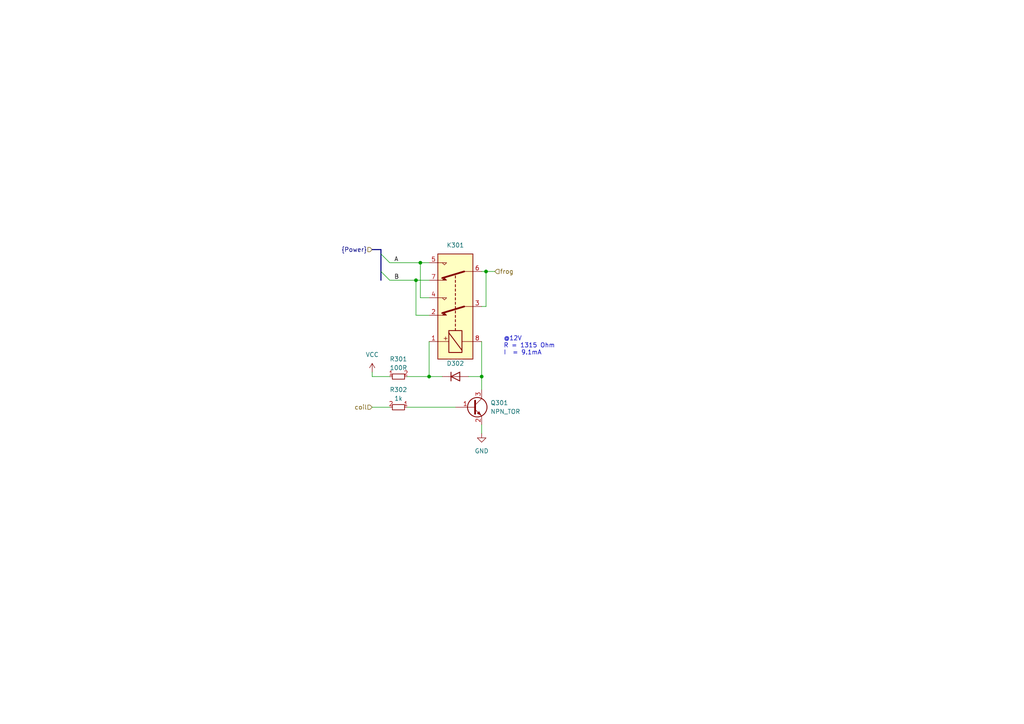
<source format=kicad_sch>
(kicad_sch (version 20231120) (generator "eeschema") (generator_version "8.0")
  (paper "A4")
  (lib_symbols
    (symbol "custom_kicad_lib_sk:1N4148WS" (pin_numbers hide) (pin_names hide)
      (property "Reference" "D" (at 0 2.54 0))
      (property "Value" "1N4148WS" (at 0 -2.54 0))
      (symbol "1N4148WS_0_1"
        (polyline (pts (xy -1.27 1.27) (xy -1.27 -1.27)) (stroke (width 0.254)))
        (polyline (pts (xy 1.27 0) (xy -1.27 0)))
        (polyline (pts (xy 1.27 1.27) (xy 1.27 -1.27) (xy -1.27 0) (xy 1.27 1.27)) (stroke (width 0.254)))
      )
      (symbol "1N4148WS_1_1"
        (pin passive line (at -3.81 0 0) (length 2.54) (name "K") (number "1"))
        (pin passive line (at 3.81 0 180) (length 2.54) (name "A") (number "2"))
      )
    )
    (symbol "custom_kicad_lib_sk:G6K-2F-Y-TR DC12"
      (property "Reference" "K" (at 16.51 3.81 0))
      (property "JLCPCB Part#" "C397192" (at 0 0 0))
      (symbol "G6K-2F-Y-TR DC12_0_0"
        (text "+" (at -9.271 2.921 0) (effects (font (size 1.27 1.27))))
      )
      (symbol "G6K-2F-Y-TR DC12_0_1"
        (rectangle (start -15.24 5.08) (end 15.24 -5.08) (stroke (width 0.254)) (fill (type background)))
        (rectangle (start -13.335 1.905) (end -6.985 -1.905) (stroke (width 0.254)))
        (polyline (pts (xy -12.7 -1.905) (xy -7.62 1.905)) (stroke (width 0.254)))
        (polyline (pts (xy -10.16 -5.08) (xy -10.16 -1.905)))
        (polyline (pts (xy -10.16 5.08) (xy -10.16 1.905)))
        (polyline (pts (xy -6.985 0) (xy -6.35 0)) (stroke (width 0.254)))
        (polyline (pts (xy -5.715 0) (xy -5.08 0)) (stroke (width 0.254)))
        (polyline (pts (xy -4.445 0) (xy -3.81 0)) (stroke (width 0.254)))
        (polyline (pts (xy -3.175 0) (xy -2.54 0)) (stroke (width 0.254)))
        (polyline (pts (xy -1.905 0) (xy -1.27 0)) (stroke (width 0.254)))
        (polyline (pts (xy -0.635 0) (xy 0 0)) (stroke (width 0.254)))
        (polyline (pts (xy 0 -2.54) (xy -1.905 3.81)) (stroke (width 0.508)))
        (polyline (pts (xy 0 -2.54) (xy 0 -5.08)))
        (polyline (pts (xy 0.635 0) (xy 1.27 0)) (stroke (width 0.254)))
        (polyline (pts (xy 1.905 0) (xy 2.54 0)) (stroke (width 0.254)))
        (polyline (pts (xy 3.175 0) (xy 3.81 0)) (stroke (width 0.254)))
        (polyline (pts (xy 4.445 0) (xy 5.08 0)) (stroke (width 0.254)))
        (polyline (pts (xy 5.715 0) (xy 6.35 0)) (stroke (width 0.254)))
        (polyline (pts (xy 6.985 0) (xy 7.62 0)) (stroke (width 0.254)))
        (polyline (pts (xy 8.255 0) (xy 8.89 0)) (stroke (width 0.254)))
        (polyline (pts (xy 10.16 -2.54) (xy 8.255 3.81)) (stroke (width 0.508)))
        (polyline (pts (xy 10.16 -2.54) (xy 10.16 -5.08)))
        (polyline (pts (xy -2.54 5.08) (xy -2.54 2.54) (xy -1.905 3.175) (xy -2.54 3.81)) (fill (type outline)))
        (polyline (pts (xy 2.54 5.08) (xy 2.54 2.54) (xy 1.905 3.175) (xy 2.54 3.81)))
        (polyline (pts (xy 7.62 5.08) (xy 7.62 2.54) (xy 8.255 3.175) (xy 7.62 3.81)) (fill (type outline)))
        (polyline (pts (xy 12.7 5.08) (xy 12.7 2.54) (xy 12.065 3.175) (xy 12.7 3.81)))
      )
      (symbol "G6K-2F-Y-TR DC12_1_1"
        (pin passive line (at -10.16 7.62 270) (length 2.54) (name "~") (number "1"))
        (pin passive line (at -2.54 7.62 270) (length 2.54) (name "~") (number "2"))
        (pin passive line (at 0 -7.62 90) (length 2.54) (name "~") (number "3"))
        (pin passive line (at 2.54 7.62 270) (length 2.54) (name "~") (number "4"))
        (pin passive line (at 12.7 7.62 270) (length 2.54) (name "~") (number "5"))
        (pin passive line (at 10.16 -7.62 90) (length 2.54) (name "~") (number "6"))
        (pin passive line (at 7.62 7.62 270) (length 2.54) (name "~") (number "7"))
        (pin passive line (at -10.16 -7.62 90) (length 2.54) (name "~") (number "8"))
      )
    )
    (symbol "custom_kicad_lib_sk:NPN_TOR" (pin_names (offset 0) hide)
      (property "Reference" "Q" (at 5.08 1.905 0))
      (property "Value" "NPN_TOR" (at 5.08 0 0))
      (symbol "NPN_TOR_0_1"
        (polyline (pts (xy 0.635 0.635) (xy 2.54 2.54)))
        (polyline (pts (xy 0.635 -0.635) (xy 2.54 -2.54) (xy 2.54 -2.54)))
        (polyline (pts (xy 0.635 1.905) (xy 0.635 -1.905) (xy 0.635 -1.905)) (stroke (width 0.508)))
        (polyline (pts (xy 1.27 -1.778) (xy 1.778 -1.27) (xy 2.286 -2.286) (xy 1.27 -1.778) (xy 1.27 -1.778)) (fill (type outline)))
        (circle (center 1.27 0) (radius 2.8194) (stroke (width 0.254)))
      )
      (symbol "NPN_TOR_1_1"
        (pin input line (at -5.08 0 0) (length 5.715) (name "B") (number "1"))
        (pin passive line (at 2.54 -5.08 90) (length 2.54) (name "E") (number "2"))
        (pin passive line (at 2.54 5.08 270) (length 2.54) (name "C") (number "3"))
      )
    )
    (symbol "power:GND" (power) (pin_numbers hide) (pin_names (offset 0) hide)
      (property "Value" "GND" (at 0 -3.81 0))
      (symbol "GND_0_1"
        (polyline (pts (xy 0 0) (xy 0 -1.27) (xy 1.27 -1.27) (xy 0 -2.54) (xy -1.27 -1.27) (xy 0 -1.27)))
      )
      (symbol "GND_1_1"
        (pin power_in line (at 0 0 270) (length 0) (name "~") (number "1"))
      )
    )
    (symbol "power:VCC" (power) (pin_numbers hide) (pin_names (offset 0) hide)
      (property "Value" "VCC" (at 0 3.556 0))
      (symbol "VCC_0_1"
        (polyline (pts (xy -0.762 1.27) (xy 0 2.54)))
        (polyline (pts (xy 0 0) (xy 0 2.54)))
        (polyline (pts (xy 0 2.54) (xy 0.762 1.27)))
      )
      (symbol "VCC_1_1"
        (pin power_in line (at 0 0 90) (length 0) (name "~") (number "1"))
      )
    )
    (symbol "resistors_0603:R_100R_0603"
      (property "Reference" "R" (at 1.27 2.54 0))
      (property "Value" "100R" (at 2.54 -2.54 0))
      (symbol "R_100R_0603_0_1"
        (rectangle (start -0.762 1.778) (end 0.762 -1.778) (stroke (width 0.2032)))
      )
      (symbol "R_100R_0603_1_1"
        (pin passive line (at 0 2.54 270) (length 0.762) (name "~") (number "1"))
        (pin passive line (at 0 -2.54 90) (length 0.762) (name "~") (number "2"))
      )
    )
    (symbol "resistors_0603:R_1k_0603"
      (property "Reference" "R" (at 1.27 2.54 0))
      (property "Value" "1k" (at 2.54 -2.54 0))
      (symbol "R_1k_0603_0_1"
        (rectangle (start -0.762 1.778) (end 0.762 -1.778) (stroke (width 0.2032)))
      )
      (symbol "R_1k_0603_1_1"
        (pin passive line (at 0 2.54 270) (length 0.762) (name "~") (number "1"))
        (pin passive line (at 0 -2.54 90) (length 0.762) (name "~") (number "2"))
      )
    )
  )
  (junction (at 121.92 76.2))
  (junction (at 124.46 109.22))
  (junction (at 139.7 109.22))
  (junction (at 120.65 81.28))
  (junction (at 140.97 78.74))
  (bus_entry (at 110.49 78.74) (size 2.54 2.54))
  (bus_entry (at 110.49 73.66) (size 2.54 2.54))
  (wire (pts (xy 124.46 109.22) (xy 128.27 109.22)))
  (wire (pts (xy 118.11 118.11) (xy 132.08 118.11)))
  (wire (pts (xy 124.46 86.36) (xy 121.92 86.36)))
  (wire (pts (xy 139.7 99.06) (xy 139.7 109.22)))
  (wire (pts (xy 107.95 107.95) (xy 107.95 109.22)))
  (wire (pts (xy 139.7 109.22) (xy 139.7 113.03)))
  (bus (pts (xy 107.95 72.39) (xy 110.49 72.39)))
  (wire (pts (xy 113.03 76.2) (xy 121.92 76.2)))
  (wire (pts (xy 140.97 78.74) (xy 139.7 78.74)))
  (wire (pts (xy 139.7 109.22) (xy 135.89 109.22)))
  (bus (pts (xy 110.49 72.39) (xy 110.49 73.66)))
  (wire (pts (xy 113.03 81.28) (xy 120.65 81.28)))
  (wire (pts (xy 139.7 123.19) (xy 139.7 125.73)))
  (wire (pts (xy 107.95 118.11) (xy 113.03 118.11)))
  (wire (pts (xy 107.95 109.22) (xy 113.03 109.22)))
  (wire (pts (xy 124.46 99.06) (xy 124.46 109.22)))
  (bus (pts (xy 110.49 73.66) (xy 110.49 78.74)))
  (wire (pts (xy 120.65 91.44) (xy 124.46 91.44)))
  (wire (pts (xy 118.11 109.22) (xy 124.46 109.22)))
  (wire (pts (xy 140.97 88.9) (xy 139.7 88.9)))
  (wire (pts (xy 120.65 81.28) (xy 120.65 91.44)))
  (wire (pts (xy 140.97 78.74) (xy 143.51 78.74)))
  (bus (pts (xy 110.49 78.74) (xy 110.49 81.28)))
  (wire (pts (xy 120.65 81.28) (xy 124.46 81.28)))
  (wire (pts (xy 140.97 78.74) (xy 140.97 88.9)))
  (wire (pts (xy 121.92 76.2) (xy 124.46 76.2)))
  (wire (pts (xy 121.92 86.36) (xy 121.92 76.2)))
  (text "@12V\nR = 1315 Ohm\nI  = 9.1mA" (at 146.05 100.33 0) (effects (font (size 1.27 1.27)) (justify left)))
  (label "A" (at 114.3 76.2 0))
  (label "B" (at 114.3 81.28 0))
  (hierarchical_label "{Power}" (shape input) (at 107.95 72.39 180))
  (hierarchical_label "coil" (shape input) (at 107.95 118.11 180))
  (hierarchical_label "frog" (shape input) (at 143.51 78.74 0))
  (symbol (lib_id "custom_kicad_lib_sk:1N4148WS") (at 132.08 109.22 0) (unit 1)
    (property "Reference" "D302" (at 132.08 105.41 0))
    (property "Value" "1N4148WS" (effects (hide yes)))
    (property "Footprint" "Diode_SMD:D_SOD-323" (effects (hide yes)))
    (property "Datasheet" "https://www.vishay.com/docs/85751/1n4148ws.pdf" (effects (hide yes)))
    (property "Description" "75V 0.15A Fast switching Diode, SOD-323" (effects (hide yes)))
    (property "Sim.Device" "D" (effects (hide yes)))
    (property "Sim.Pins" "1=K 2=A" (effects (hide yes)))
    (property "JLCPCB Part#" "C2128" (effects (hide yes)))
    (instances (project "OS-RelayDecoder-8" (path "" (reference "D302") (unit 1)) (path "" (reference "D401") (unit 1)) (path "" (reference "D501") (unit 1)) (path "" (reference "D801") (unit 1)) (path "" (reference "D901") (unit 1)) (path "" (reference "D1001") (unit 1)) (path "" (reference "D1101") (unit 1)) (path "" (reference "D202") (unit 1))))
  )
  (symbol (lib_id "custom_kicad_lib_sk:NPN_TOR") (at 137.16 118.11 0) (unit 1)
    (property "Reference" "Q301" (at 142.24 116.8399 0) (effects (justify left)))
    (property "Value" "NPN_TOR" (at 142.24 119.3799 0) (effects (justify left)))
    (property "Footprint" "Package_TO_SOT_SMD:SOT-23" (effects (hide yes)))
    (property "Description" "0.6A Ic, 160V Vce, NPN Transistor, SOT-23" (effects (hide yes)))
    (property "JLCPCB Part#" "C2145" (effects (hide yes)))
    (instances (project "OS-RelayDecoder-8" (path "" (reference "Q301") (unit 1)) (path "" (reference "Q401") (unit 1)) (path "" (reference "Q501") (unit 1)) (path "" (reference "Q801") (unit 1)) (path "" (reference "Q901") (unit 1)) (path "" (reference "Q1001") (unit 1)) (path "" (reference "Q1101") (unit 1)) (path "" (reference "Q201") (unit 1))))
  )
  (symbol (lib_id "power:VCC") (at 107.95 107.95 0) (unit 1)
    (property "Reference" "#PWR02" (effects (hide yes)))
    (property "Value" "VCC" (at 107.95 102.87 0))
    (property "Description" "Power symbol creates a global label with name \"VCC\"" (effects (hide yes)))
    (instances (project "OS-RelayDecoder-8" (path "" (reference "#PWR02") (unit 1)) (path "" (reference "#PWR01") (unit 1)) (path "" (reference "#PWR05") (unit 1)) (path "" (reference "#PWR013") (unit 1)) (path "" (reference "#PWR015") (unit 1)) (path "" (reference "#PWR017") (unit 1)) (path "" (reference "#PWR019") (unit 1)) (path "" (reference "#PWR0103") (unit 1))))
  )
  (symbol (lib_id "power:GND") (at 139.7 125.73 0) (unit 1)
    (property "Reference" "#PWR03" (effects (hide yes)))
    (property "Value" "GND" (at 139.7 130.81 0))
    (property "Description" "Power symbol creates a global label with name \"GND\" , ground" (effects (hide yes)))
    (instances (project "OS-RelayDecoder-8" (path "" (reference "#PWR03") (unit 1)) (path "" (reference "#PWR04") (unit 1)) (path "" (reference "#PWR06") (unit 1)) (path "" (reference "#PWR014") (unit 1)) (path "" (reference "#PWR016") (unit 1)) (path "" (reference "#PWR018") (unit 1)) (path "" (reference "#PWR020") (unit 1)) (path "" (reference "#PWR0101") (unit 1))))
  )
  (symbol (lib_id "custom_kicad_lib_sk:G6K-2F-Y-TR DC12") (at 132.08 88.9 90) (unit 1)
    (property "Reference" "K301" (at 132.08 71.12 90))
    (property "Value" "G6K-2F-Y-TR DC12" (effects (hide yes)))
    (property "Footprint" "Relay_SMD:Relay_DPDT_Omron_G6K-2F-Y" (effects (hide yes)))
    (property "Datasheet" "http://omronfs.omron.com/en_US/ecb/products/pdf/en-g6k.pdf" (effects (hide yes)))
    (property "Description" "Miniature 2-pole relay, Single-side Stable" (effects (hide yes)))
    (property "JLCPCB Part#" "C397192" (effects (hide yes)))
    (instances (project "OS-RelayDecoder-8" (path "" (reference "K301") (unit 1)) (path "" (reference "K401") (unit 1)) (path "" (reference "K501") (unit 1)) (path "" (reference "K801") (unit 1)) (path "" (reference "K901") (unit 1)) (path "" (reference "K1001") (unit 1)) (path "" (reference "K1101") (unit 1)) (path "" (reference "K201") (unit 1))))
  )
  (symbol (lib_id "resistors_0603:R_100R_0603") (at 115.57 109.22 90) (unit 1)
    (property "Reference" "R301" (at 115.57 104.14 90))
    (property "Value" "100R" (at 115.57 106.68 90))
    (property "Footprint" "custom_kicad_lib_sk:R_0603_smalltext" (effects (hide yes)))
    (property "JLCPCB Part#" "C22775" (effects (hide yes)))
    (instances (project "OS-RelayDecoder-8" (path "" (reference "R301") (unit 1)) (path "" (reference "R401") (unit 1)) (path "" (reference "R501") (unit 1)) (path "" (reference "R801") (unit 1)) (path "" (reference "R901") (unit 1)) (path "" (reference "R1001") (unit 1)) (path "" (reference "R1101") (unit 1)) (path "" (reference "R203") (unit 1))))
  )
  (symbol (lib_id "resistors_0603:R_1k_0603") (at 115.57 118.11 270) (unit 1)
    (property "Reference" "R302" (at 115.57 113.03 90))
    (property "Value" "1k" (at 115.57 115.57 90))
    (property "Footprint" "custom_kicad_lib_sk:R_0603_smalltext" (effects (hide yes)))
    (property "JLCPCB Part#" "C21190" (effects (hide yes)))
    (instances (project "OS-RelayDecoder-8" (path "" (reference "R302") (unit 1)) (path "" (reference "R402") (unit 1)) (path "" (reference "R502") (unit 1)) (path "" (reference "R802") (unit 1)) (path "" (reference "R902") (unit 1)) (path "" (reference "R1002") (unit 1)) (path "" (reference "R1102") (unit 1)) (path "" (reference "R204") (unit 1))))
  )
)
</source>
